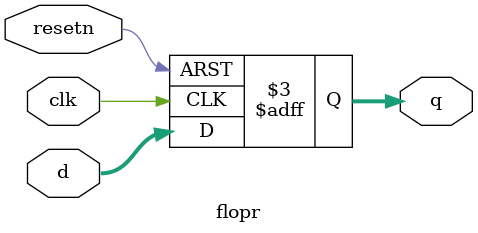
<source format=v>
module flopr #(parameter WIDTH = 32) (
    //input wire [2:0] id,
    input wire clk,             // clock input
    input wire resetn,          // resetn input
    input wire [WIDTH-1:0] d,   // [in] d as in data. This is the input data
    output reg [WIDTH-1:0] q    // [out] this is the value stores in the flip flop
);

    always @(posedge clk, negedge resetn)

        if (resetn == 0)
        begin
            //$display("[FLOPR]");
            q <= 0;
        end
        else
        begin

            //$display("[FLOPR]");
/*
            if (id == 3'b000)
            begin
                $display("[FLOPR data] q:0x%08h <- d:0x%08h", q, d);
            end

            if (id == 3'b001)
            begin
                $display("[FLOPR RD1] q:0x%08h <- d:0x%08h", q, d);
            end

            if (id == 3'b010)
            begin
                $display("[FLOPR RD2] q:0x%08h <- d:0x%08h", q, d);
            end

            if (id == 3'b011)
            begin
                $display("[FLOPR ALUOut] q:0x%08h <- d:0x%08h", q, d);
            end
            */

            q <= d;
        end

endmodule
</source>
